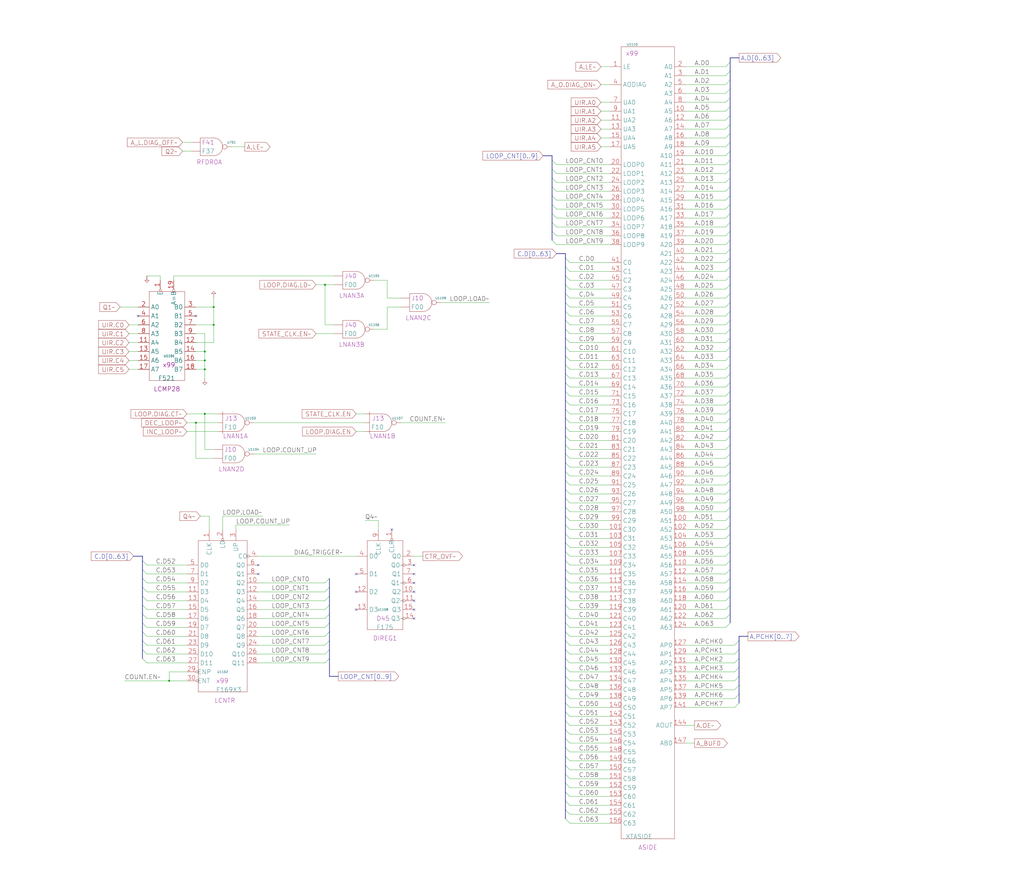
<source format=kicad_sch>
(kicad_sch (version 20230121) (generator eeschema)
  (paper "User" 584.2 508)
  (title_block (title "A LATCH") (date "15-MAR-90") (rev "1.0") (comment 1 "TYPE") (comment 2 "232-003062") (comment 3 "S400") (comment 4 "RELEASED"))
  (junction (at 185.42 162.56))
  (junction (at 116.84 210.82))
  (junction (at 116.84 200.66))
  (junction (at 121.92 185.42))
  (junction (at 96.52 388.62))
  (junction (at 121.92 175.26))
  (junction (at 111.76 241.3))
  (junction (at 116.84 236.22))
  (junction (at 116.84 205.74))
  (no_connect (at 147.32 322.58))
  (no_connect (at 203.2 337.82))
  (no_connect (at 236.22 327.66))
  (no_connect (at 236.22 322.58))
  (no_connect (at 203.2 327.66))
  (no_connect (at 78.74 180.34))
  (no_connect (at 236.22 332.74))
  (no_connect (at 223.52 302.26))
  (no_connect (at 111.76 180.34))
  (no_connect (at 236.22 342.9))
  (no_connect (at 147.32 327.66))
  (no_connect (at 236.22 337.82))
  (no_connect (at 203.2 347.98))
  (no_connect (at 236.22 353.06))
  (no_connect (at 236.22 347.98))
  (bus_entry (at 416.56 254) (size -2.54 2.54))
  (bus_entry (at 416.56 96.52) (size -2.54 2.54))
  (bus_entry (at 314.96 111.76) (size 2.54 2.54))
  (bus_entry (at 322.58 462.28) (size 2.54 2.54))
  (bus_entry (at 322.58 254) (size 2.54 2.54))
  (bus_entry (at 322.58 335.28) (size 2.54 2.54))
  (bus_entry (at 416.56 233.68) (size -2.54 2.54))
  (bus_entry (at 416.56 228.6) (size -2.54 2.54))
  (bus_entry (at 421.64 370.84) (size -2.54 2.54))
  (bus_entry (at 416.56 60.96) (size -2.54 2.54))
  (bus_entry (at 416.56 182.88) (size -2.54 2.54))
  (bus_entry (at 322.58 467.36) (size 2.54 2.54))
  (bus_entry (at 81.28 355.6) (size 2.54 2.54))
  (bus_entry (at 322.58 360.68) (size 2.54 2.54))
  (bus_entry (at 187.96 355.6) (size -2.54 2.54))
  (bus_entry (at 314.96 121.92) (size 2.54 2.54))
  (bus_entry (at 81.28 345.44) (size 2.54 2.54))
  (bus_entry (at 416.56 309.88) (size -2.54 2.54))
  (bus_entry (at 416.56 137.16) (size -2.54 2.54))
  (bus_entry (at 314.96 137.16) (size 2.54 2.54))
  (bus_entry (at 416.56 121.92) (size -2.54 2.54))
  (bus_entry (at 416.56 264.16) (size -2.54 2.54))
  (bus_entry (at 416.56 147.32) (size -2.54 2.54))
  (bus_entry (at 81.28 370.84) (size 2.54 2.54))
  (bus_entry (at 416.56 116.84) (size -2.54 2.54))
  (bus_entry (at 416.56 243.84) (size -2.54 2.54))
  (bus_entry (at 416.56 55.88) (size -2.54 2.54))
  (bus_entry (at 81.28 375.92) (size 2.54 2.54))
  (bus_entry (at 416.56 157.48) (size -2.54 2.54))
  (bus_entry (at 187.96 375.92) (size -2.54 2.54))
  (bus_entry (at 322.58 147.32) (size 2.54 2.54))
  (bus_entry (at 322.58 223.52) (size 2.54 2.54))
  (bus_entry (at 322.58 411.48) (size 2.54 2.54))
  (bus_entry (at 322.58 436.88) (size 2.54 2.54))
  (bus_entry (at 416.56 284.48) (size -2.54 2.54))
  (bus_entry (at 416.56 279.4) (size -2.54 2.54))
  (bus_entry (at 322.58 152.4) (size 2.54 2.54))
  (bus_entry (at 322.58 330.2) (size 2.54 2.54))
  (bus_entry (at 416.56 152.4) (size -2.54 2.54))
  (bus_entry (at 322.58 299.72) (size 2.54 2.54))
  (bus_entry (at 322.58 426.72) (size 2.54 2.54))
  (bus_entry (at 314.96 101.6) (size 2.54 2.54))
  (bus_entry (at 421.64 396.24) (size -2.54 2.54))
  (bus_entry (at 416.56 259.08) (size -2.54 2.54))
  (bus_entry (at 416.56 132.08) (size -2.54 2.54))
  (bus_entry (at 421.64 401.32) (size -2.54 2.54))
  (bus_entry (at 322.58 401.32) (size 2.54 2.54))
  (bus_entry (at 322.58 345.44) (size 2.54 2.54))
  (bus_entry (at 322.58 187.96) (size 2.54 2.54))
  (bus_entry (at 416.56 127) (size -2.54 2.54))
  (bus_entry (at 416.56 203.2) (size -2.54 2.54))
  (bus_entry (at 416.56 213.36) (size -2.54 2.54))
  (bus_entry (at 322.58 238.76) (size 2.54 2.54))
  (bus_entry (at 416.56 208.28) (size -2.54 2.54))
  (bus_entry (at 421.64 391.16) (size -2.54 2.54))
  (bus_entry (at 322.58 304.8) (size 2.54 2.54))
  (bus_entry (at 187.96 370.84) (size -2.54 2.54))
  (bus_entry (at 322.58 193.04) (size 2.54 2.54))
  (bus_entry (at 322.58 325.12) (size 2.54 2.54))
  (bus_entry (at 322.58 355.6) (size 2.54 2.54))
  (bus_entry (at 416.56 294.64) (size -2.54 2.54))
  (bus_entry (at 322.58 421.64) (size 2.54 2.54))
  (bus_entry (at 416.56 106.68) (size -2.54 2.54))
  (bus_entry (at 416.56 238.76) (size -2.54 2.54))
  (bus_entry (at 322.58 182.88) (size 2.54 2.54))
  (bus_entry (at 322.58 172.72) (size 2.54 2.54))
  (bus_entry (at 314.96 96.52) (size 2.54 2.54))
  (bus_entry (at 416.56 167.64) (size -2.54 2.54))
  (bus_entry (at 322.58 294.64) (size 2.54 2.54))
  (bus_entry (at 187.96 360.68) (size -2.54 2.54))
  (bus_entry (at 322.58 279.4) (size 2.54 2.54))
  (bus_entry (at 421.64 386.08) (size -2.54 2.54))
  (bus_entry (at 416.56 177.8) (size -2.54 2.54))
  (bus_entry (at 322.58 452.12) (size 2.54 2.54))
  (bus_entry (at 322.58 213.36) (size 2.54 2.54))
  (bus_entry (at 322.58 370.84) (size 2.54 2.54))
  (bus_entry (at 322.58 391.16) (size 2.54 2.54))
  (bus_entry (at 314.96 132.08) (size 2.54 2.54))
  (bus_entry (at 81.28 350.52) (size 2.54 2.54))
  (bus_entry (at 314.96 91.44) (size 2.54 2.54))
  (bus_entry (at 416.56 289.56) (size -2.54 2.54))
  (bus_entry (at 416.56 350.52) (size -2.54 2.54))
  (bus_entry (at 81.28 335.28) (size 2.54 2.54))
  (bus_entry (at 322.58 396.24) (size 2.54 2.54))
  (bus_entry (at 416.56 335.28) (size -2.54 2.54))
  (bus_entry (at 322.58 431.8) (size 2.54 2.54))
  (bus_entry (at 322.58 406.4) (size 2.54 2.54))
  (bus_entry (at 322.58 416.56) (size 2.54 2.54))
  (bus_entry (at 416.56 35.56) (size -2.54 2.54))
  (bus_entry (at 322.58 198.12) (size 2.54 2.54))
  (bus_entry (at 416.56 269.24) (size -2.54 2.54))
  (bus_entry (at 416.56 193.04) (size -2.54 2.54))
  (bus_entry (at 187.96 365.76) (size -2.54 2.54))
  (bus_entry (at 322.58 381) (size 2.54 2.54))
  (bus_entry (at 81.28 360.68) (size 2.54 2.54))
  (bus_entry (at 314.96 127) (size 2.54 2.54))
  (bus_entry (at 322.58 203.2) (size 2.54 2.54))
  (bus_entry (at 322.58 340.36) (size 2.54 2.54))
  (bus_entry (at 416.56 274.32) (size -2.54 2.54))
  (bus_entry (at 187.96 350.52) (size -2.54 2.54))
  (bus_entry (at 322.58 457.2) (size 2.54 2.54))
  (bus_entry (at 322.58 248.92) (size 2.54 2.54))
  (bus_entry (at 322.58 269.24) (size 2.54 2.54))
  (bus_entry (at 322.58 350.52) (size 2.54 2.54))
  (bus_entry (at 322.58 259.08) (size 2.54 2.54))
  (bus_entry (at 416.56 45.72) (size -2.54 2.54))
  (bus_entry (at 322.58 274.32) (size 2.54 2.54))
  (bus_entry (at 187.96 345.44) (size -2.54 2.54))
  (bus_entry (at 322.58 167.64) (size 2.54 2.54))
  (bus_entry (at 416.56 111.76) (size -2.54 2.54))
  (bus_entry (at 416.56 66.04) (size -2.54 2.54))
  (bus_entry (at 416.56 314.96) (size -2.54 2.54))
  (bus_entry (at 322.58 218.44) (size 2.54 2.54))
  (bus_entry (at 322.58 320.04) (size 2.54 2.54))
  (bus_entry (at 416.56 218.44) (size -2.54 2.54))
  (bus_entry (at 322.58 365.76) (size 2.54 2.54))
  (bus_entry (at 322.58 309.88) (size 2.54 2.54))
  (bus_entry (at 81.28 325.12) (size 2.54 2.54))
  (bus_entry (at 416.56 325.12) (size -2.54 2.54))
  (bus_entry (at 416.56 76.2) (size -2.54 2.54))
  (bus_entry (at 322.58 447.04) (size 2.54 2.54))
  (bus_entry (at 322.58 243.84) (size 2.54 2.54))
  (bus_entry (at 81.28 320.04) (size 2.54 2.54))
  (bus_entry (at 416.56 340.36) (size -2.54 2.54))
  (bus_entry (at 421.64 381) (size -2.54 2.54))
  (bus_entry (at 81.28 330.2) (size 2.54 2.54))
  (bus_entry (at 416.56 172.72) (size -2.54 2.54))
  (bus_entry (at 416.56 81.28) (size -2.54 2.54))
  (bus_entry (at 421.64 375.92) (size -2.54 2.54))
  (bus_entry (at 187.96 340.36) (size -2.54 2.54))
  (bus_entry (at 416.56 223.52) (size -2.54 2.54))
  (bus_entry (at 416.56 50.8) (size -2.54 2.54))
  (bus_entry (at 416.56 198.12) (size -2.54 2.54))
  (bus_entry (at 416.56 355.6) (size -2.54 2.54))
  (bus_entry (at 322.58 386.08) (size 2.54 2.54))
  (bus_entry (at 322.58 264.16) (size 2.54 2.54))
  (bus_entry (at 416.56 330.2) (size -2.54 2.54))
  (bus_entry (at 322.58 289.56) (size 2.54 2.54))
  (bus_entry (at 416.56 91.44) (size -2.54 2.54))
  (bus_entry (at 314.96 116.84) (size 2.54 2.54))
  (bus_entry (at 314.96 106.68) (size 2.54 2.54))
  (bus_entry (at 416.56 299.72) (size -2.54 2.54))
  (bus_entry (at 416.56 101.6) (size -2.54 2.54))
  (bus_entry (at 81.28 365.76) (size 2.54 2.54))
  (bus_entry (at 416.56 345.44) (size -2.54 2.54))
  (bus_entry (at 322.58 375.92) (size 2.54 2.54))
  (bus_entry (at 416.56 142.24) (size -2.54 2.54))
  (bus_entry (at 322.58 314.96) (size 2.54 2.54))
  (bus_entry (at 322.58 177.8) (size 2.54 2.54))
  (bus_entry (at 322.58 284.48) (size 2.54 2.54))
  (bus_entry (at 416.56 40.64) (size -2.54 2.54))
  (bus_entry (at 322.58 441.96) (size 2.54 2.54))
  (bus_entry (at 416.56 162.56) (size -2.54 2.54))
  (bus_entry (at 416.56 248.92) (size -2.54 2.54))
  (bus_entry (at 416.56 187.96) (size -2.54 2.54))
  (bus_entry (at 421.64 365.76) (size -2.54 2.54))
  (bus_entry (at 187.96 335.28) (size -2.54 2.54))
  (bus_entry (at 416.56 304.8) (size -2.54 2.54))
  (bus_entry (at 416.56 86.36) (size -2.54 2.54))
  (bus_entry (at 322.58 233.68) (size 2.54 2.54))
  (bus_entry (at 322.58 228.6) (size 2.54 2.54))
  (bus_entry (at 322.58 162.56) (size 2.54 2.54))
  (bus_entry (at 322.58 208.28) (size 2.54 2.54))
  (bus_entry (at 416.56 320.04) (size -2.54 2.54))
  (bus_entry (at 187.96 330.2) (size -2.54 2.54))
  (bus_entry (at 416.56 71.12) (size -2.54 2.54))
  (bus_entry (at 322.58 157.48) (size 2.54 2.54))
  (bus_entry (at 81.28 340.36) (size 2.54 2.54))
  (wire (pts (xy 147.32 378.46) (xy 185.42 378.46)))
  (bus (pts (xy 322.58 391.16) (xy 322.58 396.24)))
  (wire (pts (xy 208.28 297.18) (xy 215.9 297.18)))
  (wire (pts (xy 228.6 241.3) (xy 254 241.3)))
  (wire (pts (xy 391.16 266.7) (xy 414.02 266.7)))
  (bus (pts (xy 322.58 279.4) (xy 322.58 284.48)))
  (bus (pts (xy 322.58 340.36) (xy 322.58 345.44)))
  (wire (pts (xy 347.98 165.1) (xy 325.12 165.1)))
  (wire (pts (xy 391.16 246.38) (xy 414.02 246.38)))
  (wire (pts (xy 96.52 383.54) (xy 96.52 388.62)))
  (bus (pts (xy 322.58 182.88) (xy 322.58 187.96)))
  (wire (pts (xy 347.98 464.82) (xy 325.12 464.82)))
  (wire (pts (xy 111.76 185.42) (xy 121.92 185.42)))
  (bus (pts (xy 426.72 363.22) (xy 421.64 363.22)))
  (wire (pts (xy 347.98 307.34) (xy 325.12 307.34)))
  (wire (pts (xy 347.98 424.18) (xy 325.12 424.18)))
  (wire (pts (xy 391.16 317.5) (xy 414.02 317.5)))
  (bus (pts (xy 76.2 317.5) (xy 81.28 317.5)))
  (wire (pts (xy 347.98 215.9) (xy 325.12 215.9)))
  (bus (pts (xy 416.56 289.56) (xy 416.56 294.64)))
  (wire (pts (xy 83.82 342.9) (xy 106.68 342.9)))
  (wire (pts (xy 391.16 312.42) (xy 414.02 312.42)))
  (bus (pts (xy 416.56 228.6) (xy 416.56 233.68)))
  (bus (pts (xy 322.58 396.24) (xy 322.58 401.32)))
  (bus (pts (xy 421.64 33.02) (xy 416.56 33.02)))
  (wire (pts (xy 391.16 414.02) (xy 396.24 414.02)))
  (bus (pts (xy 81.28 370.84) (xy 81.28 375.92)))
  (wire (pts (xy 391.16 104.14) (xy 414.02 104.14)))
  (wire (pts (xy 111.76 210.82) (xy 116.84 210.82)))
  (wire (pts (xy 342.9 58.42) (xy 347.98 58.42)))
  (wire (pts (xy 180.34 190.5) (xy 190.5 190.5)))
  (wire (pts (xy 121.92 175.26) (xy 121.92 185.42)))
  (bus (pts (xy 314.96 111.76) (xy 314.96 106.68)))
  (bus (pts (xy 187.96 355.6) (xy 187.96 360.68)))
  (wire (pts (xy 391.16 358.14) (xy 414.02 358.14)))
  (bus (pts (xy 322.58 386.08) (xy 322.58 391.16)))
  (wire (pts (xy 391.16 88.9) (xy 414.02 88.9)))
  (wire (pts (xy 347.98 383.54) (xy 325.12 383.54)))
  (bus (pts (xy 416.56 269.24) (xy 416.56 274.32)))
  (bus (pts (xy 322.58 441.96) (xy 322.58 447.04)))
  (bus (pts (xy 314.96 121.92) (xy 314.96 116.84)))
  (bus (pts (xy 421.64 363.22) (xy 421.64 365.76)))
  (wire (pts (xy 391.16 175.26) (xy 414.02 175.26)))
  (wire (pts (xy 342.9 73.66) (xy 347.98 73.66)))
  (wire (pts (xy 99.06 157.48) (xy 190.5 157.48)))
  (bus (pts (xy 322.58 345.44) (xy 322.58 350.52)))
  (wire (pts (xy 147.32 342.9) (xy 185.42 342.9)))
  (bus (pts (xy 416.56 162.56) (xy 416.56 167.64)))
  (wire (pts (xy 347.98 393.7) (xy 325.12 393.7)))
  (bus (pts (xy 416.56 81.28) (xy 416.56 86.36)))
  (wire (pts (xy 347.98 429.26) (xy 325.12 429.26)))
  (bus (pts (xy 416.56 203.2) (xy 416.56 208.28)))
  (wire (pts (xy 236.22 317.5) (xy 241.3 317.5)))
  (wire (pts (xy 96.52 388.62) (xy 106.68 388.62)))
  (bus (pts (xy 322.58 289.56) (xy 322.58 294.64)))
  (wire (pts (xy 147.32 368.3) (xy 185.42 368.3)))
  (wire (pts (xy 111.76 175.26) (xy 121.92 175.26)))
  (wire (pts (xy 317.5 104.14) (xy 347.98 104.14)))
  (bus (pts (xy 416.56 142.24) (xy 416.56 147.32)))
  (bus (pts (xy 322.58 314.96) (xy 322.58 320.04)))
  (bus (pts (xy 322.58 264.16) (xy 322.58 269.24)))
  (bus (pts (xy 322.58 218.44) (xy 322.58 223.52)))
  (bus (pts (xy 322.58 223.52) (xy 322.58 228.6)))
  (bus (pts (xy 322.58 406.4) (xy 322.58 411.48)))
  (wire (pts (xy 419.1 368.3) (xy 391.16 368.3)))
  (wire (pts (xy 116.84 215.9) (xy 116.84 210.82)))
  (wire (pts (xy 347.98 251.46) (xy 325.12 251.46)))
  (bus (pts (xy 322.58 294.64) (xy 322.58 299.72)))
  (wire (pts (xy 342.9 48.26) (xy 347.98 48.26)))
  (wire (pts (xy 190.5 185.42) (xy 185.42 185.42)))
  (bus (pts (xy 81.28 330.2) (xy 81.28 335.28)))
  (wire (pts (xy 347.98 332.74) (xy 325.12 332.74)))
  (wire (pts (xy 391.16 149.86) (xy 414.02 149.86)))
  (bus (pts (xy 322.58 157.48) (xy 322.58 162.56)))
  (bus (pts (xy 416.56 76.2) (xy 416.56 81.28)))
  (bus (pts (xy 416.56 71.12) (xy 416.56 76.2)))
  (bus (pts (xy 322.58 325.12) (xy 322.58 330.2)))
  (bus (pts (xy 322.58 421.64) (xy 322.58 426.72)))
  (bus (pts (xy 81.28 335.28) (xy 81.28 340.36)))
  (wire (pts (xy 111.76 200.66) (xy 116.84 200.66)))
  (wire (pts (xy 347.98 256.54) (xy 325.12 256.54)))
  (bus (pts (xy 322.58 172.72) (xy 322.58 177.8)))
  (wire (pts (xy 342.9 78.74) (xy 347.98 78.74)))
  (wire (pts (xy 347.98 327.66) (xy 325.12 327.66)))
  (wire (pts (xy 132.08 83.82) (xy 139.7 83.82)))
  (wire (pts (xy 228.6 175.26) (xy 220.98 175.26)))
  (wire (pts (xy 116.84 190.5) (xy 111.76 190.5)))
  (bus (pts (xy 322.58 431.8) (xy 322.58 436.88)))
  (bus (pts (xy 416.56 35.56) (xy 416.56 40.64)))
  (wire (pts (xy 391.16 58.42) (xy 414.02 58.42)))
  (wire (pts (xy 147.32 373.38) (xy 185.42 373.38)))
  (bus (pts (xy 81.28 325.12) (xy 81.28 330.2)))
  (bus (pts (xy 416.56 248.92) (xy 416.56 254)))
  (wire (pts (xy 119.38 302.26) (xy 119.38 294.64)))
  (wire (pts (xy 391.16 114.3) (xy 414.02 114.3)))
  (wire (pts (xy 347.98 149.86) (xy 325.12 149.86)))
  (bus (pts (xy 416.56 45.72) (xy 416.56 50.8)))
  (bus (pts (xy 322.58 401.32) (xy 322.58 406.4)))
  (wire (pts (xy 73.66 210.82) (xy 78.74 210.82)))
  (wire (pts (xy 134.62 302.26) (xy 134.62 299.72)))
  (wire (pts (xy 317.5 129.54) (xy 347.98 129.54)))
  (wire (pts (xy 419.1 398.78) (xy 391.16 398.78)))
  (wire (pts (xy 391.16 63.5) (xy 414.02 63.5)))
  (wire (pts (xy 391.16 241.3) (xy 414.02 241.3)))
  (wire (pts (xy 83.82 327.66) (xy 106.68 327.66)))
  (wire (pts (xy 347.98 388.62) (xy 325.12 388.62)))
  (bus (pts (xy 416.56 152.4) (xy 416.56 157.48)))
  (wire (pts (xy 147.32 358.14) (xy 185.42 358.14)))
  (wire (pts (xy 111.76 261.62) (xy 111.76 241.3)))
  (wire (pts (xy 391.16 139.7) (xy 414.02 139.7)))
  (bus (pts (xy 416.56 309.88) (xy 416.56 314.96)))
  (bus (pts (xy 322.58 238.76) (xy 322.58 243.84)))
  (bus (pts (xy 322.58 228.6) (xy 322.58 233.68)))
  (bus (pts (xy 322.58 203.2) (xy 322.58 208.28)))
  (wire (pts (xy 83.82 358.14) (xy 106.68 358.14)))
  (wire (pts (xy 220.98 170.18) (xy 228.6 170.18)))
  (bus (pts (xy 187.96 350.52) (xy 187.96 355.6)))
  (wire (pts (xy 116.84 236.22) (xy 124.46 236.22)))
  (bus (pts (xy 322.58 187.96) (xy 322.58 193.04)))
  (bus (pts (xy 314.96 137.16) (xy 314.96 132.08)))
  (bus (pts (xy 416.56 223.52) (xy 416.56 228.6)))
  (wire (pts (xy 391.16 195.58) (xy 414.02 195.58)))
  (bus (pts (xy 416.56 345.44) (xy 416.56 350.52)))
  (bus (pts (xy 322.58 370.84) (xy 322.58 375.92)))
  (wire (pts (xy 83.82 378.46) (xy 106.68 378.46)))
  (wire (pts (xy 347.98 459.74) (xy 325.12 459.74)))
  (bus (pts (xy 416.56 325.12) (xy 416.56 330.2)))
  (wire (pts (xy 317.5 139.7) (xy 347.98 139.7)))
  (wire (pts (xy 391.16 220.98) (xy 414.02 220.98)))
  (bus (pts (xy 322.58 335.28) (xy 322.58 340.36)))
  (bus (pts (xy 317.5 144.78) (xy 322.58 144.78)))
  (wire (pts (xy 104.14 81.28) (xy 109.22 81.28)))
  (wire (pts (xy 144.78 241.3) (xy 208.28 241.3)))
  (wire (pts (xy 121.92 170.18) (xy 121.92 175.26)))
  (bus (pts (xy 322.58 416.56) (xy 322.58 421.64)))
  (wire (pts (xy 419.1 388.62) (xy 391.16 388.62)))
  (wire (pts (xy 419.1 403.86) (xy 391.16 403.86)))
  (wire (pts (xy 215.9 302.26) (xy 215.9 297.18)))
  (wire (pts (xy 391.16 256.54) (xy 414.02 256.54)))
  (wire (pts (xy 391.16 424.18) (xy 396.24 424.18)))
  (bus (pts (xy 416.56 320.04) (xy 416.56 325.12)))
  (wire (pts (xy 347.98 469.9) (xy 325.12 469.9)))
  (wire (pts (xy 71.12 388.62) (xy 96.52 388.62)))
  (wire (pts (xy 116.84 200.66) (xy 116.84 190.5)))
  (wire (pts (xy 347.98 175.26) (xy 325.12 175.26)))
  (bus (pts (xy 416.56 116.84) (xy 416.56 121.92)))
  (wire (pts (xy 391.16 99.06) (xy 414.02 99.06)))
  (bus (pts (xy 416.56 198.12) (xy 416.56 203.2)))
  (bus (pts (xy 81.28 320.04) (xy 81.28 325.12)))
  (wire (pts (xy 147.32 363.22) (xy 185.42 363.22)))
  (bus (pts (xy 416.56 274.32) (xy 416.56 279.4)))
  (bus (pts (xy 187.96 386.08) (xy 187.96 375.92)))
  (wire (pts (xy 347.98 439.42) (xy 325.12 439.42)))
  (bus (pts (xy 322.58 426.72) (xy 322.58 431.8)))
  (wire (pts (xy 127 302.26) (xy 127 294.64)))
  (wire (pts (xy 347.98 408.94) (xy 325.12 408.94)))
  (wire (pts (xy 347.98 403.86) (xy 325.12 403.86)))
  (wire (pts (xy 391.16 93.98) (xy 414.02 93.98)))
  (bus (pts (xy 416.56 264.16) (xy 416.56 269.24)))
  (bus (pts (xy 322.58 208.28) (xy 322.58 213.36)))
  (wire (pts (xy 317.5 124.46) (xy 347.98 124.46)))
  (bus (pts (xy 322.58 355.6) (xy 322.58 360.68)))
  (wire (pts (xy 347.98 246.38) (xy 325.12 246.38)))
  (wire (pts (xy 83.82 347.98) (xy 106.68 347.98)))
  (bus (pts (xy 81.28 317.5) (xy 81.28 320.04)))
  (bus (pts (xy 416.56 101.6) (xy 416.56 106.68)))
  (wire (pts (xy 342.9 68.58) (xy 347.98 68.58)))
  (wire (pts (xy 147.32 317.5) (xy 203.2 317.5)))
  (bus (pts (xy 322.58 381) (xy 322.58 386.08)))
  (bus (pts (xy 187.96 330.2) (xy 187.96 335.28)))
  (bus (pts (xy 187.96 345.44) (xy 187.96 350.52)))
  (wire (pts (xy 111.76 205.74) (xy 116.84 205.74)))
  (wire (pts (xy 347.98 454.66) (xy 325.12 454.66)))
  (bus (pts (xy 416.56 147.32) (xy 416.56 152.4)))
  (wire (pts (xy 391.16 261.62) (xy 414.02 261.62)))
  (bus (pts (xy 187.96 365.76) (xy 187.96 370.84)))
  (bus (pts (xy 421.64 391.16) (xy 421.64 396.24)))
  (wire (pts (xy 391.16 271.78) (xy 414.02 271.78)))
  (bus (pts (xy 322.58 304.8) (xy 322.58 309.88)))
  (wire (pts (xy 347.98 226.06) (xy 325.12 226.06)))
  (bus (pts (xy 416.56 137.16) (xy 416.56 142.24)))
  (wire (pts (xy 391.16 154.94) (xy 414.02 154.94)))
  (wire (pts (xy 347.98 414.02) (xy 325.12 414.02)))
  (wire (pts (xy 347.98 297.18) (xy 325.12 297.18)))
  (bus (pts (xy 322.58 360.68) (xy 322.58 365.76)))
  (bus (pts (xy 322.58 447.04) (xy 322.58 452.12)))
  (wire (pts (xy 419.1 393.7) (xy 391.16 393.7)))
  (bus (pts (xy 421.64 365.76) (xy 421.64 370.84)))
  (wire (pts (xy 391.16 353.06) (xy 414.02 353.06)))
  (wire (pts (xy 134.62 299.72) (xy 165.1 299.72)))
  (bus (pts (xy 314.96 127) (xy 314.96 121.92)))
  (wire (pts (xy 73.66 185.42) (xy 78.74 185.42)))
  (bus (pts (xy 416.56 208.28) (xy 416.56 213.36)))
  (bus (pts (xy 322.58 284.48) (xy 322.58 289.56)))
  (wire (pts (xy 220.98 160.02) (xy 220.98 170.18)))
  (wire (pts (xy 391.16 78.74) (xy 414.02 78.74)))
  (bus (pts (xy 416.56 33.02) (xy 416.56 35.56)))
  (wire (pts (xy 347.98 271.78) (xy 325.12 271.78)))
  (bus (pts (xy 416.56 132.08) (xy 416.56 137.16)))
  (wire (pts (xy 83.82 353.06) (xy 106.68 353.06)))
  (wire (pts (xy 347.98 342.9) (xy 325.12 342.9)))
  (wire (pts (xy 419.1 373.38) (xy 391.16 373.38)))
  (wire (pts (xy 147.32 332.74) (xy 185.42 332.74)))
  (wire (pts (xy 342.9 63.5) (xy 347.98 63.5)))
  (wire (pts (xy 121.92 261.62) (xy 111.76 261.62)))
  (bus (pts (xy 416.56 340.36) (xy 416.56 345.44)))
  (bus (pts (xy 416.56 177.8) (xy 416.56 182.88)))
  (wire (pts (xy 347.98 170.18) (xy 325.12 170.18)))
  (wire (pts (xy 83.82 368.3) (xy 106.68 368.3)))
  (wire (pts (xy 391.16 281.94) (xy 414.02 281.94)))
  (wire (pts (xy 180.34 162.56) (xy 185.42 162.56)))
  (wire (pts (xy 391.16 327.66) (xy 414.02 327.66)))
  (wire (pts (xy 347.98 419.1) (xy 325.12 419.1)))
  (bus (pts (xy 322.58 452.12) (xy 322.58 457.2)))
  (wire (pts (xy 347.98 200.66) (xy 325.12 200.66)))
  (wire (pts (xy 347.98 154.94) (xy 325.12 154.94)))
  (bus (pts (xy 81.28 365.76) (xy 81.28 370.84)))
  (wire (pts (xy 391.16 276.86) (xy 414.02 276.86)))
  (bus (pts (xy 81.28 355.6) (xy 81.28 360.68)))
  (bus (pts (xy 416.56 233.68) (xy 416.56 238.76)))
  (bus (pts (xy 416.56 304.8) (xy 416.56 309.88)))
  (wire (pts (xy 114.3 294.64) (xy 119.38 294.64)))
  (bus (pts (xy 421.64 375.92) (xy 421.64 381)))
  (wire (pts (xy 391.16 226.06) (xy 414.02 226.06)))
  (bus (pts (xy 314.96 96.52) (xy 314.96 91.44)))
  (wire (pts (xy 391.16 83.82) (xy 414.02 83.82)))
  (wire (pts (xy 391.16 205.74) (xy 414.02 205.74)))
  (wire (pts (xy 391.16 170.18) (xy 414.02 170.18)))
  (bus (pts (xy 416.56 172.72) (xy 416.56 177.8)))
  (wire (pts (xy 317.5 93.98) (xy 347.98 93.98)))
  (wire (pts (xy 99.06 160.02) (xy 99.06 157.48)))
  (bus (pts (xy 322.58 365.76) (xy 322.58 370.84)))
  (bus (pts (xy 322.58 193.04) (xy 322.58 198.12)))
  (bus (pts (xy 322.58 350.52) (xy 322.58 355.6)))
  (bus (pts (xy 314.96 101.6) (xy 314.96 96.52)))
  (wire (pts (xy 347.98 281.94) (xy 325.12 281.94)))
  (wire (pts (xy 347.98 220.98) (xy 325.12 220.98)))
  (wire (pts (xy 83.82 322.58) (xy 106.68 322.58)))
  (wire (pts (xy 391.16 190.5) (xy 414.02 190.5)))
  (wire (pts (xy 391.16 236.22) (xy 414.02 236.22)))
  (wire (pts (xy 73.66 200.66) (xy 78.74 200.66)))
  (bus (pts (xy 322.58 144.78) (xy 322.58 147.32)))
  (bus (pts (xy 322.58 274.32) (xy 322.58 279.4)))
  (wire (pts (xy 391.16 124.46) (xy 414.02 124.46)))
  (bus (pts (xy 322.58 152.4) (xy 322.58 157.48)))
  (bus (pts (xy 416.56 259.08) (xy 416.56 264.16)))
  (wire (pts (xy 144.78 259.08) (xy 180.34 259.08)))
  (wire (pts (xy 391.16 307.34) (xy 414.02 307.34)))
  (bus (pts (xy 416.56 40.64) (xy 416.56 45.72)))
  (bus (pts (xy 187.96 340.36) (xy 187.96 345.44)))
  (bus (pts (xy 416.56 157.48) (xy 416.56 162.56)))
  (wire (pts (xy 347.98 358.14) (xy 325.12 358.14)))
  (wire (pts (xy 73.66 190.5) (xy 78.74 190.5)))
  (wire (pts (xy 347.98 373.38) (xy 325.12 373.38)))
  (wire (pts (xy 185.42 162.56) (xy 190.5 162.56)))
  (bus (pts (xy 322.58 213.36) (xy 322.58 218.44)))
  (wire (pts (xy 203.2 236.22) (xy 208.28 236.22)))
  (wire (pts (xy 116.84 256.54) (xy 121.92 256.54)))
  (wire (pts (xy 347.98 292.1) (xy 325.12 292.1)))
  (bus (pts (xy 322.58 320.04) (xy 322.58 325.12)))
  (wire (pts (xy 68.58 175.26) (xy 78.74 175.26)))
  (wire (pts (xy 391.16 68.58) (xy 414.02 68.58)))
  (wire (pts (xy 347.98 241.3) (xy 325.12 241.3)))
  (bus (pts (xy 421.64 381) (xy 421.64 386.08)))
  (bus (pts (xy 322.58 167.64) (xy 322.58 172.72)))
  (wire (pts (xy 342.9 83.82) (xy 347.98 83.82)))
  (bus (pts (xy 81.28 360.68) (xy 81.28 365.76)))
  (bus (pts (xy 322.58 457.2) (xy 322.58 462.28)))
  (bus (pts (xy 309.88 88.9) (xy 314.96 88.9)))
  (wire (pts (xy 220.98 175.26) (xy 220.98 187.96)))
  (wire (pts (xy 391.16 165.1) (xy 414.02 165.1)))
  (bus (pts (xy 416.56 96.52) (xy 416.56 101.6)))
  (wire (pts (xy 391.16 337.82) (xy 414.02 337.82)))
  (bus (pts (xy 416.56 314.96) (xy 416.56 320.04)))
  (wire (pts (xy 391.16 134.62) (xy 414.02 134.62)))
  (wire (pts (xy 347.98 434.34) (xy 325.12 434.34)))
  (wire (pts (xy 83.82 373.38) (xy 106.68 373.38)))
  (wire (pts (xy 347.98 190.5) (xy 325.12 190.5)))
  (wire (pts (xy 220.98 187.96) (xy 213.36 187.96)))
  (bus (pts (xy 416.56 106.68) (xy 416.56 111.76)))
  (bus (pts (xy 314.96 106.68) (xy 314.96 101.6)))
  (bus (pts (xy 322.58 309.88) (xy 322.58 314.96)))
  (wire (pts (xy 347.98 322.58) (xy 325.12 322.58)))
  (bus (pts (xy 322.58 436.88) (xy 322.58 441.96)))
  (wire (pts (xy 106.68 241.3) (xy 111.76 241.3)))
  (wire (pts (xy 347.98 302.26) (xy 325.12 302.26)))
  (wire (pts (xy 213.36 160.02) (xy 220.98 160.02)))
  (wire (pts (xy 116.84 205.74) (xy 116.84 200.66)))
  (wire (pts (xy 391.16 38.1) (xy 414.02 38.1)))
  (bus (pts (xy 416.56 86.36) (xy 416.56 91.44)))
  (bus (pts (xy 421.64 386.08) (xy 421.64 391.16)))
  (wire (pts (xy 317.5 119.38) (xy 347.98 119.38)))
  (bus (pts (xy 322.58 177.8) (xy 322.58 182.88)))
  (bus (pts (xy 416.56 238.76) (xy 416.56 243.84)))
  (bus (pts (xy 81.28 340.36) (xy 81.28 345.44)))
  (wire (pts (xy 391.16 43.18) (xy 414.02 43.18)))
  (wire (pts (xy 347.98 236.22) (xy 325.12 236.22)))
  (bus (pts (xy 416.56 127) (xy 416.56 132.08)))
  (bus (pts (xy 416.56 335.28) (xy 416.56 340.36)))
  (wire (pts (xy 391.16 251.46) (xy 414.02 251.46)))
  (bus (pts (xy 322.58 269.24) (xy 322.58 274.32)))
  (bus (pts (xy 416.56 294.64) (xy 416.56 299.72)))
  (wire (pts (xy 347.98 180.34) (xy 325.12 180.34)))
  (wire (pts (xy 121.92 195.58) (xy 111.76 195.58)))
  (bus (pts (xy 416.56 279.4) (xy 416.56 284.48)))
  (wire (pts (xy 347.98 160.02) (xy 325.12 160.02)))
  (wire (pts (xy 147.32 337.82) (xy 185.42 337.82)))
  (wire (pts (xy 347.98 266.7) (xy 325.12 266.7)))
  (bus (pts (xy 416.56 254) (xy 416.56 259.08)))
  (bus (pts (xy 416.56 218.44) (xy 416.56 223.52)))
  (wire (pts (xy 116.84 236.22) (xy 116.84 256.54)))
  (bus (pts (xy 416.56 284.48) (xy 416.56 289.56)))
  (wire (pts (xy 419.1 378.46) (xy 391.16 378.46)))
  (bus (pts (xy 416.56 243.84) (xy 416.56 248.92)))
  (wire (pts (xy 251.46 172.72) (xy 279.4 172.72)))
  (bus (pts (xy 322.58 233.68) (xy 322.58 238.76)))
  (bus (pts (xy 416.56 55.88) (xy 416.56 60.96)))
  (wire (pts (xy 391.16 185.42) (xy 414.02 185.42)))
  (wire (pts (xy 83.82 363.22) (xy 106.68 363.22)))
  (wire (pts (xy 91.44 157.48) (xy 91.44 160.02)))
  (wire (pts (xy 106.68 383.54) (xy 96.52 383.54)))
  (wire (pts (xy 347.98 353.06) (xy 325.12 353.06)))
  (wire (pts (xy 391.16 302.26) (xy 414.02 302.26)))
  (bus (pts (xy 416.56 50.8) (xy 416.56 55.88)))
  (wire (pts (xy 391.16 160.02) (xy 414.02 160.02)))
  (bus (pts (xy 416.56 187.96) (xy 416.56 193.04)))
  (wire (pts (xy 347.98 231.14) (xy 325.12 231.14)))
  (bus (pts (xy 416.56 330.2) (xy 416.56 335.28)))
  (wire (pts (xy 391.16 347.98) (xy 414.02 347.98)))
  (wire (pts (xy 391.16 215.9) (xy 414.02 215.9)))
  (bus (pts (xy 416.56 299.72) (xy 416.56 304.8)))
  (wire (pts (xy 347.98 398.78) (xy 325.12 398.78)))
  (wire (pts (xy 347.98 444.5) (xy 325.12 444.5)))
  (wire (pts (xy 391.16 180.34) (xy 414.02 180.34)))
  (wire (pts (xy 116.84 210.82) (xy 116.84 205.74)))
  (wire (pts (xy 391.16 109.22) (xy 414.02 109.22)))
  (wire (pts (xy 391.16 48.26) (xy 414.02 48.26)))
  (bus (pts (xy 187.96 375.92) (xy 187.96 370.84)))
  (wire (pts (xy 106.68 236.22) (xy 116.84 236.22)))
  (bus (pts (xy 322.58 259.08) (xy 322.58 264.16)))
  (bus (pts (xy 416.56 193.04) (xy 416.56 198.12)))
  (wire (pts (xy 391.16 129.54) (xy 414.02 129.54)))
  (wire (pts (xy 347.98 312.42) (xy 325.12 312.42)))
  (wire (pts (xy 83.82 332.74) (xy 106.68 332.74)))
  (wire (pts (xy 347.98 449.58) (xy 325.12 449.58)))
  (wire (pts (xy 317.5 134.62) (xy 347.98 134.62)))
  (wire (pts (xy 391.16 53.34) (xy 414.02 53.34)))
  (bus (pts (xy 416.56 213.36) (xy 416.56 218.44)))
  (bus (pts (xy 322.58 411.48) (xy 322.58 416.56)))
  (bus (pts (xy 322.58 147.32) (xy 322.58 152.4)))
  (wire (pts (xy 347.98 210.82) (xy 325.12 210.82)))
  (bus (pts (xy 193.04 386.08) (xy 187.96 386.08)))
  (bus (pts (xy 416.56 121.92) (xy 416.56 127)))
  (wire (pts (xy 419.1 383.54) (xy 391.16 383.54)))
  (bus (pts (xy 421.64 396.24) (xy 421.64 401.32)))
  (wire (pts (xy 347.98 185.42) (xy 325.12 185.42)))
  (bus (pts (xy 416.56 350.52) (xy 416.56 355.6)))
  (bus (pts (xy 322.58 243.84) (xy 322.58 248.92)))
  (wire (pts (xy 391.16 144.78) (xy 414.02 144.78)))
  (wire (pts (xy 391.16 292.1) (xy 414.02 292.1)))
  (bus (pts (xy 322.58 299.72) (xy 322.58 304.8)))
  (bus (pts (xy 322.58 254) (xy 322.58 259.08)))
  (wire (pts (xy 391.16 200.66) (xy 414.02 200.66)))
  (wire (pts (xy 391.16 231.14) (xy 414.02 231.14)))
  (wire (pts (xy 391.16 210.82) (xy 414.02 210.82)))
  (wire (pts (xy 342.9 38.1) (xy 347.98 38.1)))
  (wire (pts (xy 111.76 241.3) (xy 124.46 241.3)))
  (bus (pts (xy 322.58 198.12) (xy 322.58 203.2)))
  (wire (pts (xy 317.5 109.22) (xy 347.98 109.22)))
  (wire (pts (xy 104.14 86.36) (xy 109.22 86.36)))
  (bus (pts (xy 416.56 60.96) (xy 416.56 66.04)))
  (wire (pts (xy 73.66 195.58) (xy 78.74 195.58)))
  (wire (pts (xy 121.92 185.42) (xy 121.92 195.58)))
  (bus (pts (xy 416.56 111.76) (xy 416.56 116.84)))
  (wire (pts (xy 73.66 205.74) (xy 78.74 205.74)))
  (bus (pts (xy 416.56 91.44) (xy 416.56 96.52)))
  (wire (pts (xy 83.82 337.82) (xy 106.68 337.82)))
  (bus (pts (xy 421.64 370.84) (xy 421.64 375.92)))
  (wire (pts (xy 347.98 276.86) (xy 325.12 276.86)))
  (bus (pts (xy 322.58 162.56) (xy 322.58 167.64)))
  (bus (pts (xy 187.96 335.28) (xy 187.96 340.36)))
  (wire (pts (xy 391.16 342.9) (xy 414.02 342.9)))
  (wire (pts (xy 391.16 119.38) (xy 414.02 119.38)))
  (wire (pts (xy 106.68 246.38) (xy 124.46 246.38)))
  (bus (pts (xy 416.56 167.64) (xy 416.56 172.72)))
  (bus (pts (xy 322.58 375.92) (xy 322.58 381)))
  (wire (pts (xy 347.98 195.58) (xy 325.12 195.58)))
  (bus (pts (xy 322.58 330.2) (xy 322.58 335.28)))
  (wire (pts (xy 347.98 261.62) (xy 325.12 261.62)))
  (wire (pts (xy 185.42 162.56) (xy 185.42 185.42)))
  (bus (pts (xy 322.58 248.92) (xy 322.58 254)))
  (bus (pts (xy 314.96 132.08) (xy 314.96 127)))
  (wire (pts (xy 391.16 297.18) (xy 414.02 297.18)))
  (bus (pts (xy 416.56 66.04) (xy 416.56 71.12)))
  (wire (pts (xy 147.32 347.98) (xy 185.42 347.98)))
  (wire (pts (xy 83.82 157.48) (xy 91.44 157.48)))
  (bus (pts (xy 187.96 365.76) (xy 187.96 360.68)))
  (wire (pts (xy 127 294.64) (xy 149.86 294.64)))
  (wire (pts (xy 347.98 368.3) (xy 325.12 368.3)))
  (wire (pts (xy 391.16 73.66) (xy 414.02 73.66)))
  (wire (pts (xy 147.32 353.06) (xy 185.42 353.06)))
  (bus (pts (xy 314.96 88.9) (xy 314.96 91.44)))
  (wire (pts (xy 347.98 347.98) (xy 325.12 347.98)))
  (wire (pts (xy 347.98 205.74) (xy 325.12 205.74)))
  (bus (pts (xy 81.28 350.52) (xy 81.28 355.6)))
  (wire (pts (xy 347.98 317.5) (xy 325.12 317.5)))
  (wire (pts (xy 347.98 378.46) (xy 325.12 378.46)))
  (wire (pts (xy 317.5 99.06) (xy 347.98 99.06)))
  (wire (pts (xy 317.5 114.3) (xy 347.98 114.3)))
  (bus (pts (xy 314.96 116.84) (xy 314.96 111.76)))
  (wire (pts (xy 391.16 287.02) (xy 414.02 287.02)))
  (wire (pts (xy 391.16 322.58) (xy 414.02 322.58)))
  (wire (pts (xy 347.98 363.22) (xy 325.12 363.22)))
  (bus (pts (xy 81.28 345.44) (xy 81.28 350.52)))
  (wire (pts (xy 347.98 337.82) (xy 325.12 337.82)))
  (wire (pts (xy 391.16 332.74) (xy 414.02 332.74)))
  (wire (pts (xy 347.98 287.02) (xy 325.12 287.02)))
  (wire (pts (xy 203.2 246.38) (xy 208.28 246.38)))
  (bus (pts (xy 322.58 462.28) (xy 322.58 467.36)))
  (bus (pts (xy 416.56 182.88) (xy 416.56 187.96)))
  (label "C.D15" (at 330.2 226.06 0) (effects (font (size 2.54 2.54))))
  (label "A.D58" (at 396.24 332.74 0) (effects (font (size 2.54 2.54))))
  (label "A.D19" (at 396.24 134.62 0) (effects (font (size 2.54 2.54))))
  (label "C.D55" (at 88.9 337.82 0) (effects (font (size 2.54 2.54))))
  (label "LOOP.COUNT_UP" (at 134.62 299.72 0) (effects (font (size 2.54 2.54))))
  (label "A.D47" (at 396.24 276.86 0) (effects (font (size 2.54 2.54))))
  (label "A.PCHK5" (at 396.24 393.7 0) (effects (font (size 2.54 2.54))))
  (label "C.D4" (at 330.2 170.18 0) (effects (font (size 2.54 2.54))))
  (label "C.D7" (at 330.2 185.42 0) (effects (font (size 2.54 2.54))))
  (label "A.D54" (at 396.24 312.42 0) (effects (font (size 2.54 2.54))))
  (label "Q4~" (at 208.28 297.18 0) (effects (font (size 2.54 2.54))))
  (label "LOOP_CNT2" (at 154.94 342.9 0) (effects (font (size 2.54 2.54))))
  (label "A.D44" (at 396.24 261.62 0) (effects (font (size 2.54 2.54))))
  (label "C.D0" (at 330.2 149.86 0) (effects (font (size 2.54 2.54))))
  (label "C.D54" (at 330.2 424.18 0) (effects (font (size 2.54 2.54))))
  (label "C.D3" (at 330.2 165.1 0) (effects (font (size 2.54 2.54))))
  (label "A.D6" (at 396.24 68.58 0) (effects (font (size 2.54 2.54))))
  (label "C.D18" (at 330.2 241.3 0) (effects (font (size 2.54 2.54))))
  (label "LOOP_CNT9" (at 322.58 139.7 0) (effects (font (size 2.54 2.54))))
  (label "A.D46" (at 396.24 271.78 0) (effects (font (size 2.54 2.54))))
  (label "A.D59" (at 396.24 337.82 0) (effects (font (size 2.54 2.54))))
  (label "C.D1" (at 330.2 154.94 0) (effects (font (size 2.54 2.54))))
  (label "C.D28" (at 330.2 292.1 0) (effects (font (size 2.54 2.54))))
  (label "A.PCHK7" (at 396.24 403.86 0) (effects (font (size 2.54 2.54))))
  (label "LOOP_CNT1" (at 322.58 99.06 0) (effects (font (size 2.54 2.54))))
  (label "C.D22" (at 330.2 261.62 0) (effects (font (size 2.54 2.54))))
  (label "LOOP_CNT3" (at 154.94 347.98 0) (effects (font (size 2.54 2.54))))
  (label "C.D61" (at 88.9 368.3 0) (effects (font (size 2.54 2.54))))
  (label "A.PCHK1" (at 396.24 373.38 0) (effects (font (size 2.54 2.54))))
  (label "LOOP_CNT5" (at 322.58 119.38 0) (effects (font (size 2.54 2.54))))
  (label "C.D47" (at 330.2 388.62 0) (effects (font (size 2.54 2.54))))
  (label "A.D31" (at 396.24 195.58 0) (effects (font (size 2.54 2.54))))
  (label "A.D27" (at 396.24 175.26 0) (effects (font (size 2.54 2.54))))
  (label "A.D24" (at 396.24 160.02 0) (effects (font (size 2.54 2.54))))
  (label "A.D45" (at 396.24 266.7 0) (effects (font (size 2.54 2.54))))
  (label "A.D52" (at 396.24 302.26 0) (effects (font (size 2.54 2.54))))
  (label "A.D38" (at 396.24 231.14 0) (effects (font (size 2.54 2.54))))
  (label "LOOP.LOAD~" (at 127 294.64 0) (effects (font (size 2.54 2.54))))
  (label "LOOP.LOAD~" (at 256.54 172.72 0) (effects (font (size 2.54 2.54))))
  (label "C.D24" (at 330.2 271.78 0) (effects (font (size 2.54 2.54))))
  (label "LOOP_CNT1" (at 154.94 337.82 0) (effects (font (size 2.54 2.54))))
  (label "C.D29" (at 330.2 297.18 0) (effects (font (size 2.54 2.54))))
  (label "C.D57" (at 88.9 347.98 0) (effects (font (size 2.54 2.54))))
  (label "C.D33" (at 330.2 317.5 0) (effects (font (size 2.54 2.54))))
  (label "A.D2" (at 396.24 48.26 0) (effects (font (size 2.54 2.54))))
  (label "A.PCHK2" (at 396.24 378.46 0) (effects (font (size 2.54 2.54))))
  (label "LOOP_CNT5" (at 154.94 358.14 0) (effects (font (size 2.54 2.54))))
  (label "A.D49" (at 396.24 287.02 0) (effects (font (size 2.54 2.54))))
  (label "C.D50" (at 330.2 403.86 0) (effects (font (size 2.54 2.54))))
  (label "C.D9" (at 330.2 195.58 0) (effects (font (size 2.54 2.54))))
  (label "A.D29" (at 396.24 185.42 0) (effects (font (size 2.54 2.54))))
  (label "C.D17" (at 330.2 236.22 0) (effects (font (size 2.54 2.54))))
  (label "A.D1" (at 396.24 43.18 0) (effects (font (size 2.54 2.54))))
  (label "A.D22" (at 396.24 149.86 0) (effects (font (size 2.54 2.54))))
  (label "A.D5" (at 396.24 63.5 0) (effects (font (size 2.54 2.54))))
  (label "C.D41" (at 330.2 358.14 0) (effects (font (size 2.54 2.54))))
  (label "C.D14" (at 330.2 220.98 0) (effects (font (size 2.54 2.54))))
  (label "LOOP_CNT7" (at 322.58 129.54 0) (effects (font (size 2.54 2.54))))
  (label "A.D63" (at 396.24 358.14 0) (effects (font (size 2.54 2.54))))
  (label "LOOP_CNT6" (at 154.94 363.22 0) (effects (font (size 2.54 2.54))))
  (label "C.D60" (at 88.9 363.22 0) (effects (font (size 2.54 2.54))))
  (label "A.D62" (at 396.24 353.06 0) (effects (font (size 2.54 2.54))))
  (label "C.D56" (at 88.9 342.9 0) (effects (font (size 2.54 2.54))))
  (label "C.D23" (at 330.2 266.7 0) (effects (font (size 2.54 2.54))))
  (label "C.D58" (at 330.2 444.5 0) (effects (font (size 2.54 2.54))))
  (label "A.D35" (at 396.24 215.9 0) (effects (font (size 2.54 2.54))))
  (label "A.PCHK6" (at 396.24 398.78 0) (effects (font (size 2.54 2.54))))
  (label "A.D15" (at 396.24 114.3 0) (effects (font (size 2.54 2.54))))
  (label "C.D40" (at 330.2 353.06 0) (effects (font (size 2.54 2.54))))
  (label "LOOP_CNT2" (at 322.58 104.14 0) (effects (font (size 2.54 2.54))))
  (label "C.D6" (at 330.2 180.34 0) (effects (font (size 2.54 2.54))))
  (label "C.D8" (at 330.2 190.5 0) (effects (font (size 2.54 2.54))))
  (label "A.D60" (at 396.24 342.9 0) (effects (font (size 2.54 2.54))))
  (label "A.D12" (at 396.24 99.06 0) (effects (font (size 2.54 2.54))))
  (label "A.D51" (at 396.24 297.18 0) (effects (font (size 2.54 2.54))))
  (label "A.D7" (at 396.24 73.66 0) (effects (font (size 2.54 2.54))))
  (label "A.D48" (at 396.24 281.94 0) (effects (font (size 2.54 2.54))))
  (label "LOOP_CNT8" (at 154.94 373.38 0) (effects (font (size 2.54 2.54))))
  (label "A.D4" (at 396.24 58.42 0) (effects (font (size 2.54 2.54))))
  (label "C.D63" (at 330.2 469.9 0) (effects (font (size 2.54 2.54))))
  (label "COUNT.EN~" (at 233.68 241.3 0) (effects (font (size 2.54 2.54))))
  (label "LOOP_CNT0" (at 154.94 332.74 0) (effects (font (size 2.54 2.54))))
  (label "A.D37" (at 396.24 226.06 0) (effects (font (size 2.54 2.54))))
  (label "C.D52" (at 88.9 322.58 0) (effects (font (size 2.54 2.54))))
  (label "A.PCHK4" (at 396.24 388.62 0) (effects (font (size 2.54 2.54))))
  (label "A.D30" (at 396.24 190.5 0) (effects (font (size 2.54 2.54))))
  (label "A.D57" (at 396.24 327.66 0) (effects (font (size 2.54 2.54))))
  (label "C.D51" (at 330.2 408.94 0) (effects (font (size 2.54 2.54))))
  (label "A.D34" (at 396.24 210.82 0) (effects (font (size 2.54 2.54))))
  (label "A.D13" (at 396.24 104.14 0) (effects (font (size 2.54 2.54))))
  (label "A.PCHK0" (at 396.24 368.3 0) (effects (font (size 2.54 2.54))))
  (label "A.D53" (at 396.24 307.34 0) (effects (font (size 2.54 2.54))))
  (label "LOOP_CNT9" (at 154.94 378.46 0) (effects (font (size 2.54 2.54))))
  (label "A.D14" (at 396.24 109.22 0) (effects (font (size 2.54 2.54))))
  (label "LOOP_CNT8" (at 322.58 134.62 0) (effects (font (size 2.54 2.54))))
  (label "C.D57" (at 330.2 439.42 0) (effects (font (size 2.54 2.54))))
  (label "C.D60" (at 330.2 454.66 0) (effects (font (size 2.54 2.54))))
  (label "C.D35" (at 330.2 327.66 0) (effects (font (size 2.54 2.54))))
  (label "C.D27" (at 330.2 287.02 0) (effects (font (size 2.54 2.54))))
  (label "C.D48" (at 330.2 393.7 0) (effects (font (size 2.54 2.54))))
  (label "C.D16" (at 330.2 231.14 0) (effects (font (size 2.54 2.54))))
  (label "A.D21" (at 396.24 144.78 0) (effects (font (size 2.54 2.54))))
  (label "C.D61" (at 330.2 459.74 0) (effects (font (size 2.54 2.54))))
  (label "C.D49" (at 330.2 398.78 0) (effects (font (size 2.54 2.54))))
  (label "A.D33" (at 396.24 205.74 0) (effects (font (size 2.54 2.54))))
  (label "C.D38" (at 330.2 342.9 0) (effects (font (size 2.54 2.54))))
  (label "C.D10" (at 330.2 200.66 0) (effects (font (size 2.54 2.54))))
  (label "A.D8" (at 396.24 78.74 0) (effects (font (size 2.54 2.54))))
  (label "A.D41" (at 396.24 246.38 0) (effects (font (size 2.54 2.54))))
  (label "C.D31" (at 330.2 307.34 0) (effects (font (size 2.54 2.54))))
  (label "LOOP_CNT6" (at 322.58 124.46 0) (effects (font (size 2.54 2.54))))
  (label "C.D63" (at 88.9 378.46 0) (effects (font (size 2.54 2.54))))
  (label "C.D37" (at 330.2 337.82 0) (effects (font (size 2.54 2.54))))
  (label "C.D12" (at 330.2 210.82 0) (effects (font (size 2.54 2.54))))
  (label "A.D61" (at 396.24 347.98 0) (effects (font (size 2.54 2.54))))
  (label "A.D10" (at 396.24 88.9 0) (effects (font (size 2.54 2.54))))
  (label "A.D40" (at 396.24 241.3 0) (effects (font (size 2.54 2.54))))
  (label "C.D30" (at 330.2 302.26 0) (effects (font (size 2.54 2.54))))
  (label "C.D43" (at 330.2 368.3 0) (effects (font (size 2.54 2.54))))
  (label "A.D17" (at 396.24 124.46 0) (effects (font (size 2.54 2.54))))
  (label "C.D19" (at 330.2 246.38 0) (effects (font (size 2.54 2.54))))
  (label "C.D39" (at 330.2 347.98 0) (effects (font (size 2.54 2.54))))
  (label "A.D9" (at 396.24 83.82 0) (effects (font (size 2.54 2.54))))
  (label "A.D16" (at 396.24 119.38 0) (effects (font (size 2.54 2.54))))
  (label "C.D56" (at 330.2 434.34 0) (effects (font (size 2.54 2.54))))
  (label "A.PCHK3" (at 396.24 383.54 0) (effects (font (size 2.54 2.54))))
  (label "A.D42" (at 396.24 251.46 0) (effects (font (size 2.54 2.54))))
  (label "C.D54" (at 88.9 332.74 0) (effects (font (size 2.54 2.54))))
  (label "C.D58" (at 88.9 353.06 0) (effects (font (size 2.54 2.54))))
  (label "C.D26" (at 330.2 281.94 0) (effects (font (size 2.54 2.54))))
  (label "A.D0" (at 396.24 38.1 0) (effects (font (size 2.54 2.54))))
  (label "C.D46" (at 330.2 383.54 0) (effects (font (size 2.54 2.54))))
  (label "C.D59" (at 88.9 358.14 0) (effects (font (size 2.54 2.54))))
  (label "A.D56" (at 396.24 322.58 0) (effects (font (size 2.54 2.54))))
  (label "LOOP_CNT3" (at 322.58 109.22 0) (effects (font (size 2.54 2.54))))
  (label "A.D36" (at 396.24 220.98 0) (effects (font (size 2.54 2.54))))
  (label "A.D32" (at 396.24 200.66 0) (effects (font (size 2.54 2.54))))
  (label "C.D62" (at 330.2 464.82 0) (effects (font (size 2.54 2.54))))
  (label "A.D28" (at 396.24 180.34 0) (effects (font (size 2.54 2.54))))
  (label "LOOP_CNT0" (at 322.58 93.98 0) (effects (font (size 2.54 2.54))))
  (label "C.D59" (at 330.2 449.58 0) (effects (font (size 2.54 2.54))))
  (label "C.D20" (at 330.2 251.46 0) (effects (font (size 2.54 2.54))))
  (label "C.D5" (at 330.2 175.26 0) (effects (font (size 2.54 2.54))))
  (label "C.D36" (at 330.2 332.74 0) (effects (font (size 2.54 2.54))))
  (label "C.D2" (at 330.2 160.02 0) (effects (font (size 2.54 2.54))))
  (label "A.D23" (at 396.24 154.94 0) (effects (font (size 2.54 2.54))))
  (label "C.D42" (at 330.2 363.22 0) (effects (font (size 2.54 2.54))))
  (label "C.D32" (at 330.2 312.42 0) (effects (font (size 2.54 2.54))))
  (label "C.D25" (at 330.2 276.86 0) (effects (font (size 2.54 2.54))))
  (label "A.D18" (at 396.24 129.54 0) (effects (font (size 2.54 2.54))))
  (label "C.D53" (at 330.2 419.1 0) (effects (font (size 2.54 2.54))))
  (label "A.D50" (at 396.24 292.1 0) (effects (font (size 2.54 2.54))))
  (label "C.D34" (at 330.2 322.58 0) (effects (font (size 2.54 2.54))))
  (label "C.D44" (at 330.2 373.38 0) (effects (font (size 2.54 2.54))))
  (label "C.D13" (at 330.2 215.9 0) (effects (font (size 2.54 2.54))))
  (label "C.D53" (at 88.9 327.66 0) (effects (font (size 2.54 2.54))))
  (label "A.D55" (at 396.24 317.5 0) (effects (font (size 2.54 2.54))))
  (label "A.D26" (at 396.24 170.18 0) (effects (font (size 2.54 2.54))))
  (label "C.D11" (at 330.2 205.74 0) (effects (font (size 2.54 2.54))))
  (label "C.D55" (at 330.2 429.26 0) (effects (font (size 2.54 2.54))))
  (label "C.D52" (at 330.2 414.02 0) (effects (font (size 2.54 2.54))))
  (label "A.D11" (at 396.24 93.98 0) (effects (font (size 2.54 2.54))))
  (label "C.D62" (at 88.9 373.38 0) (effects (font (size 2.54 2.54))))
  (label "A.D25" (at 396.24 165.1 0) (effects (font (size 2.54 2.54))))
  (label "DIAG_TRIGGER~" (at 167.64 317.5 0) (effects (font (size 2.54 2.54))))
  (label "C.D21" (at 330.2 256.54 0) (effects (font (size 2.54 2.54))))
  (label "A.D3" (at 396.24 53.34 0) (effects (font (size 2.54 2.54))))
  (label "C.D45" (at 330.2 378.46 0) (effects (font (size 2.54 2.54))))
  (label "LOOP_CNT4" (at 154.94 353.06 0) (effects (font (size 2.54 2.54))))
  (label "A.D39" (at 396.24 236.22 0) (effects (font (size 2.54 2.54))))
  (label "A.D43" (at 396.24 256.54 0) (effects (font (size 2.54 2.54))))
  (label "LOOP_CNT7" (at 154.94 368.3 0) (effects (font (size 2.54 2.54))))
  (label "COUNT.EN~" (at 71.12 388.62 0) (effects (font (size 2.54 2.54))))
  (label "A.D20" (at 396.24 139.7 0) (effects (font (size 2.54 2.54))))
  (label "LOOP_CNT4" (at 322.58 114.3 0) (effects (font (size 2.54 2.54))))
  (label "LOOP.COUNT_UP" (at 149.86 259.08 0) (effects (font (size 2.54 2.54))))
  (global_label "UIR.A0" (shape input) (at 342.9 58.42 180) (effects (font (size 2.54 2.54))) (property "Intersheetrefs" "${INTERSHEET_REFS}" (at 325.191 58.42 0) (effects (justify right))))
  (global_label "A_BUF0" (shape output) (at 396.24 424.18 0) (effects (font (size 2.54 2.54))) (property "Intersheetrefs" "${INTERSHEET_REFS}" (at 415.9599 424.18 0) (effects (justify left))))
  (global_label "CTR_OVF~" (shape output) (at 241.3 317.5 0) (effects (font (size 2.54 2.54))) (property "Intersheetrefs" "${INTERSHEET_REFS}" (at 263.906 317.3413 0) (effects (font (size 1.905 1.905)) (justify left))))
  (global_label "UIR.A2" (shape input) (at 342.9 68.58 180) (effects (font (size 2.54 2.54))) (property "Intersheetrefs" "${INTERSHEET_REFS}" (at 325.191 68.58 0) (effects (justify right))))
  (global_label "UIR.A3" (shape input) (at 342.9 73.66 180) (effects (font (size 2.54 2.54))) (property "Intersheetrefs" "${INTERSHEET_REFS}" (at 325.191 73.66 0) (effects (justify right))))
  (global_label "UIR.C2" (shape input) (at 73.66 195.58 180) (effects (font (size 2.54 2.54))) (property "Intersheetrefs" "${INTERSHEET_REFS}" (at 55.2705 195.58 0) (effects (justify right))))
  (global_label "A.PCHK[0..7]" (shape output) (at 426.72 363.22 0) (effects (font (size 2.54 2.54))) (property "Intersheetrefs" "${INTERSHEET_REFS}" (at 456.8417 363.22 0) (effects (justify left))))
  (global_label "UIR.A5" (shape input) (at 342.9 83.82 180) (effects (font (size 2.54 2.54))) (property "Intersheetrefs" "${INTERSHEET_REFS}" (at 325.8578 83.6613 0) (effects (font (size 1.905 1.905)) (justify right))))
  (global_label "A_O.DIAG_ON~" (shape input) (at 342.9 48.26 180) (effects (font (size 2.54 2.54))) (property "Intersheetrefs" "${INTERSHEET_REFS}" (at 312.553 48.1013 0) (effects (font (size 1.905 1.905)) (justify right))))
  (global_label "UIR.C4" (shape input) (at 73.66 205.74 180) (effects (font (size 2.54 2.54))) (property "Intersheetrefs" "${INTERSHEET_REFS}" (at 55.2705 205.74 0) (effects (justify right))))
  (global_label "A.LE~" (shape input) (at 342.9 38.1 180) (effects (font (size 2.54 2.54))) (property "Intersheetrefs" "${INTERSHEET_REFS}" (at 328.5188 37.9413 0) (effects (font (size 1.905 1.905)) (justify right))))
  (global_label "A.OE~" (shape output) (at 396.24 414.02 0) (effects (font (size 2.54 2.54))) (property "Intersheetrefs" "${INTERSHEET_REFS}" (at 411.226 413.8613 0) (effects (font (size 1.905 1.905)) (justify left))))
  (global_label "UIR.C3" (shape input) (at 73.66 200.66 180) (effects (font (size 2.54 2.54))) (property "Intersheetrefs" "${INTERSHEET_REFS}" (at 55.2705 200.66 0) (effects (justify right))))
  (global_label "Q2~" (shape input) (at 104.14 86.36 180) (effects (font (size 2.54 2.54))) (property "Intersheetrefs" "${INTERSHEET_REFS}" (at 86.2511 86.2013 0) (effects (font (size 1.905 1.905)) (justify right))))
  (global_label "DEC_LOOP~" (shape input) (at 106.68 241.3 180) (effects (font (size 2.54 2.54))) (property "Intersheetrefs" "${INTERSHEET_REFS}" (at 80.8083 241.1413 0) (effects (font (size 1.905 1.905)) (justify right))))
  (global_label "UIR.C5" (shape input) (at 73.66 210.82 180) (effects (font (size 2.54 2.54))) (property "Intersheetrefs" "${INTERSHEET_REFS}" (at 55.2705 210.82 0) (effects (justify right))))
  (global_label "Q4~" (shape input) (at 114.3 294.64 180) (effects (font (size 2.54 2.54))) (property "Intersheetrefs" "${INTERSHEET_REFS}" (at 96.4111 294.4813 0) (effects (font (size 1.905 1.905)) (justify right))))
  (global_label "UIR.A4" (shape input) (at 342.9 78.74 180) (effects (font (size 2.54 2.54))) (property "Intersheetrefs" "${INTERSHEET_REFS}" (at 325.8578 78.5813 0) (effects (font (size 1.905 1.905)) (justify right))))
  (global_label "LOOP_CNT[0..9]" (shape input) (at 309.88 88.9 180) (effects (font (size 2.54 2.54))) (property "Intersheetrefs" "${INTERSHEET_REFS}" (at 274.4363 88.9 0) (effects (font (size 1.905 1.905)) (justify right))))
  (global_label "C.D[0..63]" (shape input) (at 76.2 317.5 180) (effects (font (size 2.54 2.54))) (property "Intersheetrefs" "${INTERSHEET_REFS}" (at 52.0216 317.3413 0) (effects (font (size 1.905 1.905)) (justify right))))
  (global_label "STATE_CLK.EN~" (shape input) (at 180.34 190.5 180) (effects (font (size 2.54 2.54))) (property "Intersheetrefs" "${INTERSHEET_REFS}" (at 147.695 190.3413 0) (effects (font (size 1.905 1.905)) (justify right))))
  (global_label "Q1~" (shape input) (at 68.58 175.26 180) (effects (font (size 2.54 2.54))) (property "Intersheetrefs" "${INTERSHEET_REFS}" (at 50.6911 175.1013 0) (effects (font (size 1.905 1.905)) (justify right))))
  (global_label "UIR.A1" (shape input) (at 342.9 63.5 180) (effects (font (size 2.54 2.54))) (property "Intersheetrefs" "${INTERSHEET_REFS}" (at 325.191 63.5 0) (effects (justify right))))
  (global_label "A.D[0..63]" (shape output) (at 421.64 33.02 0) (effects (font (size 2.54 2.54))) (property "Intersheetrefs" "${INTERSHEET_REFS}" (at 445.4555 32.8613 0) (effects (font (size 1.905 1.905)) (justify left))))
  (global_label "STATE_CLK.EN" (shape input) (at 203.2 236.22 180) (effects (font (size 2.54 2.54))) (property "Intersheetrefs" "${INTERSHEET_REFS}" (at 172.3692 236.0613 0) (effects (font (size 1.905 1.905)) (justify right))))
  (global_label "LOOP.DIAG.EN" (shape input) (at 203.2 246.38 180) (effects (font (size 2.54 2.54))) (property "Intersheetrefs" "${INTERSHEET_REFS}" (at 172.6111 246.2213 0) (effects (font (size 1.905 1.905)) (justify right))))
  (global_label "A.LE~" (shape output) (at 139.7 83.82 0) (effects (font (size 2.54 2.54))) (property "Intersheetrefs" "${INTERSHEET_REFS}" (at 154.0812 83.6613 0) (effects (font (size 1.905 1.905)) (justify left))))
  (global_label "UIR.C1" (shape input) (at 73.66 190.5 180) (effects (font (size 2.54 2.54))) (property "Intersheetrefs" "${INTERSHEET_REFS}" (at 55.2705 190.5 0) (effects (justify right))))
  (global_label "A_L.DIAG_OFF~" (shape input) (at 104.14 81.28 180) (effects (font (size 2.54 2.54))) (property "Intersheetrefs" "${INTERSHEET_REFS}" (at 72.7045 81.1213 0) (effects (font (size 1.905 1.905)) (justify right))))
  (global_label "INC_LOOP~" (shape input) (at 106.68 246.38 180) (effects (font (size 2.54 2.54))) (property "Intersheetrefs" "${INTERSHEET_REFS}" (at 81.7759 246.2213 0) (effects (font (size 1.905 1.905)) (justify right))))
  (global_label "LOOP_CNT[0..9]" (shape output) (at 193.04 386.08 0) (effects (font (size 2.54 2.54))) (property "Intersheetrefs" "${INTERSHEET_REFS}" (at 227.4993 385.9213 0) (effects (font (size 1.905 1.905)) (justify left))))
  (global_label "C.D[0..63]" (shape input) (at 317.5 144.78 180) (effects (font (size 2.54 2.54))) (property "Intersheetrefs" "${INTERSHEET_REFS}" (at 292.655 144.78 0) (effects (font (size 1.905 1.905)) (justify right))))
  (global_label "LOOP.DIAG.CT~" (shape input) (at 106.68 236.22 180) (effects (font (size 2.54 2.54))) (property "Intersheetrefs" "${INTERSHEET_REFS}" (at 74.7607 236.0613 0) (effects (font (size 1.905 1.905)) (justify right))))
  (global_label "UIR.C0" (shape input) (at 73.66 185.42 180) (effects (font (size 2.54 2.54))) (property "Intersheetrefs" "${INTERSHEET_REFS}" (at 55.2705 185.42 0) (effects (justify right))))
  (global_label "LOOP.DIAG.LD~" (shape input) (at 180.34 162.56 180) (effects (font (size 2.54 2.54))) (property "Intersheetrefs" "${INTERSHEET_REFS}" (at 148.2997 162.4013 0) (effects (font (size 1.905 1.905)) (justify right))))
  (symbol (lib_id "r1000:F521") (at 93.98 208.28 0) (unit 1)
    (property "Reference" "U1101" (at 96.52 203.2 0))
    (property "Value" "F521" (at 90.17 215.9 0) (effects (font (size 2.54 2.54)) (justify left)))
    (property "Location" "x99" (at 92.71 208.28 0) (effects (font (size 2.54 2.54)) (justify left)))
    (property "Name" "LCMP28" (at 95.25 223.52 0) (effects (font (size 2.54 2.54)) (justify bottom)))
  )
  (symbol (lib_id "r1000:F169X3") (at 124.46 388.62 0) (unit 1)
    (property "Reference" "U1102" (at 127 383.54 0))
    (property "Value" "F169X3" (at 123.19 393.7 0) (effects (font (size 2.54 2.54)) (justify left)))
    (property "Location" "x99" (at 123.19 388.62 0) (effects (font (size 2.54 2.54)) (justify left)))
    (property "Name" "LCNTR" (at 128.27 401.32 0) (effects (font (size 2.54 2.54)) (justify bottom)))
  )
  (symbol (lib_id "r1000:F10") (at 129.54 238.76 0) (unit 1)
    (property "Reference" "U1103" (at 142.875 238.76 0))
    (property "Value" "F10" (at 135.255 243.84 0) (effects (font (size 2.54 2.54)) (justify right)))
    (property "Location" "J13" (at 128.27 238.76 0) (effects (font (size 2.54 2.54)) (justify left)))
    (property "Name" "LNAN1A" (at 127 248.92 0) (effects (font (size 2.54 2.54)) (justify left)))
  )
  (symbol (lib_id "r1000:XTASIDE") (at 358.14 30.48 0) (unit 1)
    (property "Reference" "U1110" (at 360.68 25.4 0))
    (property "Value" "XTASIDE" (at 356.87 477.52 0) (effects (font (size 2.54 2.54)) (justify left)))
    (property "Location" "x99" (at 356.87 30.48 0) (effects (font (size 2.54 2.54)) (justify left)))
    (property "Name" "ASIDE" (at 369.57 485.14 0) (effects (font (size 2.54 2.54)) (justify bottom)))
  )
  (symbol (lib_id "r1000:PD") (at 83.82 157.48 0) (unit 1) (in_bom no)
    (property "Reference" "#PWR01101" (effects hide))
    (property "Value" "PD" (effects hide))
  )
  (symbol (lib_id "r1000:F00") (at 198.12 185.42 0) (unit 1)
    (property "Reference" "U1106" (at 213.36 185.42 0))
    (property "Value" "F00" (at 200.025 190.5 0) (effects (font (size 2.54 2.54))))
    (property "Location" "J40" (at 200.025 185.42 0) (effects (font (size 2.54 2.54))))
    (property "Name" "LNAN3B" (at 200.66 198.12 0) (effects (font (size 2.54 2.54)) (justify bottom)))
  )
  (symbol (lib_id "r1000:F00") (at 129.54 256.54 0) (unit 1)
    (property "Reference" "U1104" (at 144.78 256.54 0))
    (property "Value" "F00" (at 131.445 261.62 0) (effects (font (size 2.54 2.54))))
    (property "Location" "J10" (at 131.445 256.54 0) (effects (font (size 2.54 2.54))))
    (property "Name" "LNAN2D" (at 132.08 269.24 0) (effects (font (size 2.54 2.54)) (justify bottom)))
  )
  (symbol (lib_id "r1000:PU") (at 121.92 170.18 0) (unit 1)
    (property "Reference" "#PWR01103" (effects hide))
    (property "Value" "PU" (effects hide))
  )
  (symbol (lib_id "r1000:PD") (at 116.84 215.9 0) (unit 1) (in_bom no)
    (property "Reference" "#PWR01102" (effects hide))
    (property "Value" "PD" (effects hide))
  )
  (symbol (lib_id "r1000:F10") (at 213.36 238.76 0) (unit 1)
    (property "Reference" "U1107" (at 226.695 238.76 0))
    (property "Value" "F10" (at 219.075 243.84 0) (effects (font (size 2.54 2.54)) (justify right)))
    (property "Location" "J13" (at 212.09 238.76 0) (effects (font (size 2.54 2.54)) (justify left)))
    (property "Name" "LNAN1B" (at 210.82 248.92 0) (effects (font (size 2.54 2.54)) (justify left)))
  )
  (symbol (lib_id "r1000:F00") (at 236.22 170.18 0) (unit 1)
    (property "Reference" "U1109" (at 251.46 170.18 0))
    (property "Value" "F00" (at 238.125 175.26 0) (effects (font (size 2.54 2.54))))
    (property "Location" "J10" (at 238.125 170.18 0) (effects (font (size 2.54 2.54))))
    (property "Name" "LNAN2C" (at 238.76 182.88 0) (effects (font (size 2.54 2.54)) (justify bottom)))
  )
  (symbol (lib_id "r1000:F175") (at 215.9 353.06 0) (unit 1)
    (property "Reference" "U1108" (at 218.44 347.98 0))
    (property "Value" "F175" (at 214.63 358.14 0) (effects (font (size 2.54 2.54)) (justify left)))
    (property "Location" "D45" (at 214.63 353.06 0) (effects (font (size 2.54 2.54)) (justify left)))
    (property "Name" "DIREG1" (at 219.71 365.76 0) (effects (font (size 2.54 2.54)) (justify bottom)))
  )
  (symbol (lib_id "r1000:F00") (at 198.12 157.48 0) (unit 1)
    (property "Reference" "U1105" (at 213.36 157.48 0))
    (property "Value" "F00" (at 200.025 162.56 0) (effects (font (size 2.54 2.54))))
    (property "Location" "J40" (at 200.025 157.48 0) (effects (font (size 2.54 2.54))))
    (property "Name" "LNAN3A" (at 200.66 170.18 0) (effects (font (size 2.54 2.54)) (justify bottom)))
  )
  (symbol (lib_id "r1000:F37") (at 116.84 81.28 0) (unit 1)
    (property "Reference" "U701" (at 132.08 81.28 0))
    (property "Value" "F37" (at 118.745 86.36 0) (effects (font (size 2.54 2.54))))
    (property "Location" "F41" (at 118.745 81.28 0) (effects (font (size 2.54 2.54))))
    (property "Name" "RFDR0A" (at 119.38 93.98 0) (effects (font (size 2.54 2.54)) (justify bottom)))
  )
)
</source>
